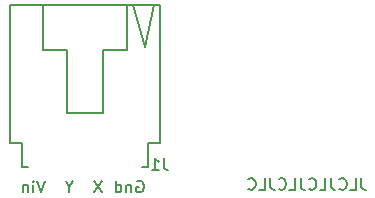
<source format=gbr>
G04 #@! TF.GenerationSoftware,KiCad,Pcbnew,(5.1.6)-1*
G04 #@! TF.CreationDate,2020-08-07T10:27:50-05:00*
G04 #@! TF.ProjectId,MZBOT_XY-Endstop,4d5a424f-545f-4585-992d-456e6473746f,A*
G04 #@! TF.SameCoordinates,Original*
G04 #@! TF.FileFunction,Legend,Bot*
G04 #@! TF.FilePolarity,Positive*
%FSLAX46Y46*%
G04 Gerber Fmt 4.6, Leading zero omitted, Abs format (unit mm)*
G04 Created by KiCad (PCBNEW (5.1.6)-1) date 2020-08-07 10:27:50*
%MOMM*%
%LPD*%
G01*
G04 APERTURE LIST*
%ADD10C,0.150000*%
G04 APERTURE END LIST*
D10*
X153221428Y-68100000D02*
X153316666Y-68052380D01*
X153459523Y-68052380D01*
X153602380Y-68100000D01*
X153697619Y-68195238D01*
X153745238Y-68290476D01*
X153792857Y-68480952D01*
X153792857Y-68623809D01*
X153745238Y-68814285D01*
X153697619Y-68909523D01*
X153602380Y-69004761D01*
X153459523Y-69052380D01*
X153364285Y-69052380D01*
X153221428Y-69004761D01*
X153173809Y-68957142D01*
X153173809Y-68623809D01*
X153364285Y-68623809D01*
X152745238Y-68385714D02*
X152745238Y-69052380D01*
X152745238Y-68480952D02*
X152697619Y-68433333D01*
X152602380Y-68385714D01*
X152459523Y-68385714D01*
X152364285Y-68433333D01*
X152316666Y-68528571D01*
X152316666Y-69052380D01*
X151411904Y-69052380D02*
X151411904Y-68052380D01*
X151411904Y-69004761D02*
X151507142Y-69052380D01*
X151697619Y-69052380D01*
X151792857Y-69004761D01*
X151840476Y-68957142D01*
X151888095Y-68861904D01*
X151888095Y-68576190D01*
X151840476Y-68480952D01*
X151792857Y-68433333D01*
X151697619Y-68385714D01*
X151507142Y-68385714D01*
X151411904Y-68433333D01*
X150269047Y-68052380D02*
X149602380Y-69052380D01*
X149602380Y-68052380D02*
X150269047Y-69052380D01*
X147507142Y-68576190D02*
X147507142Y-69052380D01*
X147840476Y-68052380D02*
X147507142Y-68576190D01*
X147173809Y-68052380D01*
X145459523Y-68052380D02*
X145126190Y-69052380D01*
X144792857Y-68052380D01*
X144459523Y-69052380D02*
X144459523Y-68385714D01*
X144459523Y-68052380D02*
X144507142Y-68100000D01*
X144459523Y-68147619D01*
X144411904Y-68100000D01*
X144459523Y-68052380D01*
X144459523Y-68147619D01*
X143983333Y-68385714D02*
X143983333Y-69052380D01*
X143983333Y-68480952D02*
X143935714Y-68433333D01*
X143840476Y-68385714D01*
X143697619Y-68385714D01*
X143602380Y-68433333D01*
X143554761Y-68528571D01*
X143554761Y-69052380D01*
X172219047Y-67852380D02*
X172219047Y-68566666D01*
X172266666Y-68709523D01*
X172361904Y-68804761D01*
X172504761Y-68852380D01*
X172600000Y-68852380D01*
X171266666Y-68852380D02*
X171742857Y-68852380D01*
X171742857Y-67852380D01*
X170361904Y-68757142D02*
X170409523Y-68804761D01*
X170552380Y-68852380D01*
X170647619Y-68852380D01*
X170790476Y-68804761D01*
X170885714Y-68709523D01*
X170933333Y-68614285D01*
X170980952Y-68423809D01*
X170980952Y-68280952D01*
X170933333Y-68090476D01*
X170885714Y-67995238D01*
X170790476Y-67900000D01*
X170647619Y-67852380D01*
X170552380Y-67852380D01*
X170409523Y-67900000D01*
X170361904Y-67947619D01*
X169647619Y-67852380D02*
X169647619Y-68566666D01*
X169695238Y-68709523D01*
X169790476Y-68804761D01*
X169933333Y-68852380D01*
X170028571Y-68852380D01*
X168695238Y-68852380D02*
X169171428Y-68852380D01*
X169171428Y-67852380D01*
X167790476Y-68757142D02*
X167838095Y-68804761D01*
X167980952Y-68852380D01*
X168076190Y-68852380D01*
X168219047Y-68804761D01*
X168314285Y-68709523D01*
X168361904Y-68614285D01*
X168409523Y-68423809D01*
X168409523Y-68280952D01*
X168361904Y-68090476D01*
X168314285Y-67995238D01*
X168219047Y-67900000D01*
X168076190Y-67852380D01*
X167980952Y-67852380D01*
X167838095Y-67900000D01*
X167790476Y-67947619D01*
X167076190Y-67852380D02*
X167076190Y-68566666D01*
X167123809Y-68709523D01*
X167219047Y-68804761D01*
X167361904Y-68852380D01*
X167457142Y-68852380D01*
X166123809Y-68852380D02*
X166600000Y-68852380D01*
X166600000Y-67852380D01*
X165219047Y-68757142D02*
X165266666Y-68804761D01*
X165409523Y-68852380D01*
X165504761Y-68852380D01*
X165647619Y-68804761D01*
X165742857Y-68709523D01*
X165790476Y-68614285D01*
X165838095Y-68423809D01*
X165838095Y-68280952D01*
X165790476Y-68090476D01*
X165742857Y-67995238D01*
X165647619Y-67900000D01*
X165504761Y-67852380D01*
X165409523Y-67852380D01*
X165266666Y-67900000D01*
X165219047Y-67947619D01*
X164504761Y-67852380D02*
X164504761Y-68566666D01*
X164552380Y-68709523D01*
X164647619Y-68804761D01*
X164790476Y-68852380D01*
X164885714Y-68852380D01*
X163552380Y-68852380D02*
X164028571Y-68852380D01*
X164028571Y-67852380D01*
X162647619Y-68757142D02*
X162695238Y-68804761D01*
X162838095Y-68852380D01*
X162933333Y-68852380D01*
X163076190Y-68804761D01*
X163171428Y-68709523D01*
X163219047Y-68614285D01*
X163266666Y-68423809D01*
X163266666Y-68280952D01*
X163219047Y-68090476D01*
X163171428Y-67995238D01*
X163076190Y-67900000D01*
X162933333Y-67852380D01*
X162838095Y-67852380D01*
X162695238Y-67900000D01*
X162647619Y-67947619D01*
X148810000Y-53192000D02*
X154906000Y-53192000D01*
X154906000Y-53192000D02*
X155160000Y-53192000D01*
X148810000Y-53192000D02*
X142460000Y-53192000D01*
X152366000Y-57002000D02*
X152366000Y-53192000D01*
X145254000Y-57002000D02*
X145254000Y-53192000D01*
X153890000Y-56748000D02*
X152874000Y-53192000D01*
X153890000Y-56748000D02*
X154652000Y-53192000D01*
X150334000Y-57002000D02*
X150334000Y-62336000D01*
X147286000Y-57002000D02*
X147286000Y-62336000D01*
X150334000Y-62336000D02*
X147286000Y-62336000D01*
X152366000Y-57002000D02*
X150334000Y-57002000D01*
X147286000Y-57002000D02*
X145254000Y-57002000D01*
X143476000Y-64876000D02*
X142460000Y-64876000D01*
X154144000Y-64876000D02*
X155160000Y-64876000D01*
X155160000Y-64876000D02*
X155160000Y-53192000D01*
X142460000Y-64876000D02*
X142460000Y-53192000D01*
X143730000Y-66908000D02*
X143476000Y-66908000D01*
X154144000Y-66908000D02*
X153636000Y-66908000D01*
X154144000Y-66908000D02*
X154144000Y-64876000D01*
X143476000Y-66908000D02*
X143476000Y-64876000D01*
X143730000Y-66908000D02*
X143984000Y-66908000D01*
X155493333Y-66152380D02*
X155493333Y-66866666D01*
X155540952Y-67009523D01*
X155636190Y-67104761D01*
X155779047Y-67152380D01*
X155874285Y-67152380D01*
X154493333Y-67152380D02*
X155064761Y-67152380D01*
X154779047Y-67152380D02*
X154779047Y-66152380D01*
X154874285Y-66295238D01*
X154969523Y-66390476D01*
X155064761Y-66438095D01*
M02*

</source>
